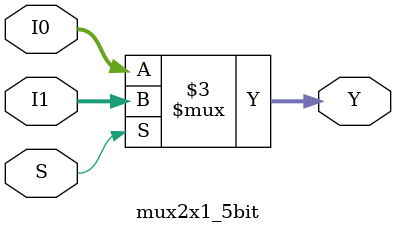
<source format=v>
module mux2x1_5bit (output reg[4:0] Y, input S, input[4:0] I0,I1);
always @(S,I0,I1)
	if(S) Y=I1;
	else Y=I0;
endmodule
</source>
